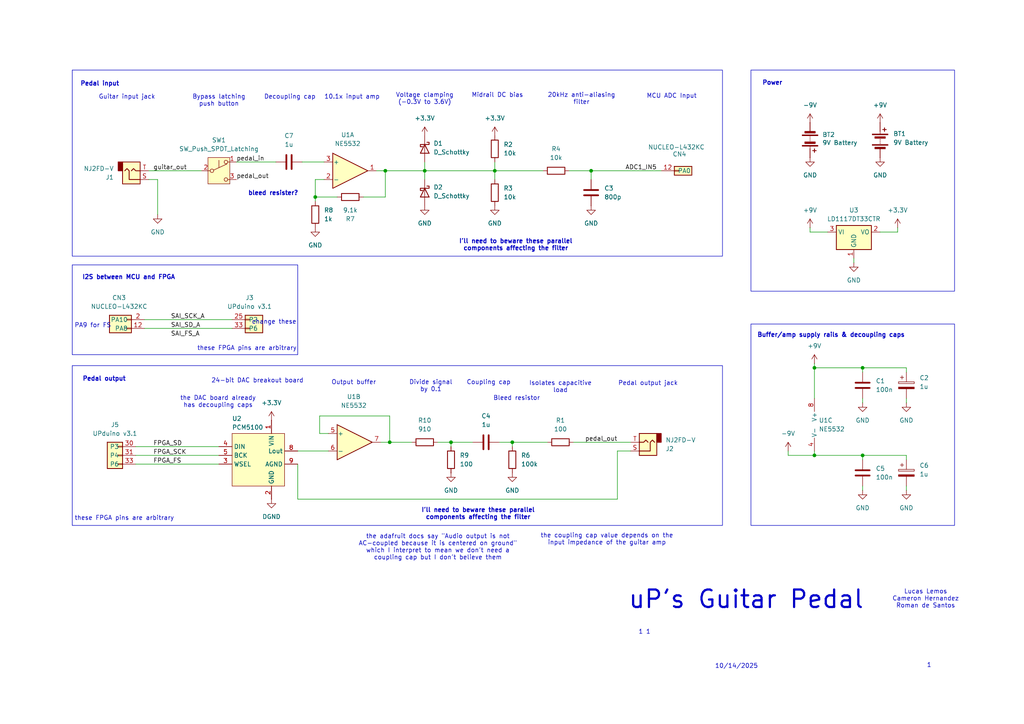
<source format=kicad_sch>
(kicad_sch (version 20250114) (generator "eeschema") (generator_version "9.0")
  (paper "A4")
  (lib_symbols
    (symbol "Amplifier_Operational:NE5532" (pin_names (offset 0.127))
      (property "Reference" "U" (at 0 5.08 0))
      (property "Value" "NE5532" (at 0 -5.08 0))
      (symbol "NE5532_1_1"
        (polyline (pts (xy -5.08 5.08) (xy 5.08 0) (xy -5.08 -5.08) (xy -5.08 5.08)) (stroke (width 0.254)) (fill (type background)))
        (pin input line (at -7.62 2.54 0) (length 2.54) (name "+") (number "3"))
        (pin input line (at -7.62 -2.54 0) (length 2.54) (name "-") (number "2"))
        (pin output line (at 7.62 0 180) (length 2.54) (name "~") (number "1"))
      )
      (symbol "NE5532_2_1"
        (polyline (pts (xy -5.08 5.08) (xy 5.08 0) (xy -5.08 -5.08) (xy -5.08 5.08)) (stroke (width 0.254)) (fill (type background)))
        (pin input line (at -7.62 2.54 0) (length 2.54) (name "+") (number "5"))
        (pin input line (at -7.62 -2.54 0) (length 2.54) (name "-") (number "6"))
        (pin output line (at 7.62 0 180) (length 2.54) (name "~") (number "7"))
      )
      (symbol "NE5532_3_1"
        (pin power_in line (at -2.54 7.62 270) (length 3.81) (name "V+") (number "8"))
        (pin power_in line (at -2.54 -7.62 90) (length 3.81) (name "V-") (number "4"))
      )
    )
    (symbol "Audio:PCM5122PW"
      (property "Reference" "U2" (at -16.51 20.828 0))
      (property "Value" "PCM5122" (at -16.51 18.288 0))
      (symbol "PCM5122PW_0_1"
        (rectangle (start -16.51 16.51) (end -1.27 1.27) (fill (type background)))
      )
      (symbol "PCM5122PW_1_1"
        (pin bidirectional line (at -20.32 12.7 0) (length 3.81) (name "DIN") (number "4"))
        (pin bidirectional line (at -20.32 10.16 0) (length 3.81) (name "BCK") (number "5"))
        (pin bidirectional line (at -20.32 7.62 0) (length 3.81) (name "WSEL") (number "3"))
        (pin bidirectional line (at -5.08 20.32 270) (length 3.81) (name "VIN") (number "1"))
        (pin bidirectional line (at -5.08 -2.54 90) (length 3.81) (name "GND") (number "2"))
        (pin bidirectional line (at 2.54 11.43 180) (length 3.81) (name "Lout") (number "8"))
        (pin bidirectional line (at 2.54 7.62 180) (length 3.81) (name "AGND") (number "9"))
      )
    )
    (symbol "Conn_01x01_1" (pin_names (offset 1.016))
      (property "Reference" "CN4" (at -1.778 4.826 0))
      (property "Value" "NUCLEO-L432KC" (at -8.89 6.858 0))
      (symbol "Conn_01x01_1_1_1"
        (rectangle (start -1.27 1.27) (end 3.81 -1.27) (stroke (width 0.254)) (fill (type background)))
        (rectangle (start -1.27 0.127) (end 0 -0.127) (stroke (width 0.1524)))
        (pin passive line (at -5.08 0 0) (length 3.81) (name "PA0") (number "12"))
      )
    )
    (symbol "Conn_01x02_1" (pin_names (offset 1.016))
      (property "Reference" "J3" (at 0 6.35 0))
      (property "Value" "UPduino v3.1" (at 0 3.81 0))
      (symbol "Conn_01x02_1_1_1"
        (rectangle (start -1.27 1.27) (end 3.81 -3.81) (stroke (width 0.254)) (fill (type background)))
        (rectangle (start -1.27 0.127) (end 0 -0.127) (stroke (width 0.1524)))
        (rectangle (start -1.27 -2.413) (end 0 -2.667) (stroke (width 0.1524)))
        (pin bidirectional line (at -5.08 0 0) (length 3.81) (name "P2") (number "25"))
        (pin bidirectional line (at -5.08 -2.54 0) (length 3.81) (name "P6") (number "33"))
      )
    )
    (symbol "Connector_Audio:NJ2FD-V"
      (property "Reference" "J" (at 0 8.89 0))
      (property "Value" "NJ2FD-V" (at 0 6.35 0))
      (symbol "NJ2FD-V_0_1"
        (rectangle (start -3.81 0) (end -2.54 -2.54) (stroke (width 0.254)) (fill (type outline)))
        (rectangle (start -2.54 3.81) (end 2.54 -2.54) (stroke (width 0.254)) (fill (type background)))
        (polyline (pts (xy 0 0) (xy 0.635 -0.635) (xy 1.27 0) (xy 2.54 0)) (stroke (width 0.254)))
        (polyline (pts (xy 2.54 2.54) (xy -0.635 2.54) (xy -0.635 0) (xy -1.27 -0.635) (xy -1.905 0)) (stroke (width 0.254)))
      )
      (symbol "NJ2FD-V_1_1"
        (pin passive line (at 5.08 2.54 180) (length 2.54) (name "~") (number "S"))
        (pin passive line (at 5.08 0 180) (length 2.54) (name "~") (number "T"))
      )
    )
    (symbol "Connector_Generic:Conn_01x02" (pin_names (offset 1.016))
      (property "Reference" "CN3" (at 0 6.35 0))
      (property "Value" "NUCLEO-L432KC" (at 0 3.81 0))
      (symbol "Conn_01x02_1_1"
        (rectangle (start -1.27 1.27) (end 5.08 -3.81) (stroke (width 0.254)) (fill (type background)))
        (rectangle (start -1.27 0.127) (end 0 -0.127) (stroke (width 0.1524)))
        (rectangle (start -1.27 -2.413) (end 0 -2.667) (stroke (width 0.1524)))
        (pin bidirectional line (at -5.08 0 0) (length 3.81) (name "PA10") (number "2"))
        (pin bidirectional line (at -5.08 -2.54 0) (length 3.81) (name "PA8") (number "12"))
      )
    )
    (symbol "Connector_Generic:Conn_01x03" (pin_names (offset 1.016))
      (property "Reference" "J5" (at 0 8.89 0))
      (property "Value" "Conn_01x03" (at 0 6.35 0))
      (symbol "Conn_01x03_1_1"
        (rectangle (start -1.27 3.81) (end 3.175 -3.81) (stroke (width 0.254)) (fill (type background)))
        (rectangle (start -1.27 2.667) (end 0 2.413) (stroke (width 0.1524)))
        (rectangle (start -1.27 0.127) (end 0 -0.127) (stroke (width 0.1524)))
        (rectangle (start -1.27 -2.413) (end 0 -2.667) (stroke (width 0.1524)))
        (pin passive line (at -5.08 2.54 0) (length 3.81) (name "P3") (number "30"))
        (pin passive line (at -5.08 0 0) (length 3.81) (name "P4") (number "31"))
        (pin passive line (at -5.08 -2.54 0) (length 3.81) (name "P6") (number "33"))
      )
    )
    (symbol "Device:Battery" (pin_numbers (hide yes)) (pin_names (offset 0) (hide yes))
      (property "Reference" "BT" (at 2.54 2.54 0))
      (property "Value" "Battery" (at 2.54 0 0))
      (symbol "Battery_0_1"
        (rectangle (start -2.286 1.778) (end 2.286 1.524) (fill (type outline)))
        (rectangle (start -2.286 -1.27) (end 2.286 -1.524) (fill (type outline)))
        (rectangle (start -1.524 1.016) (end 1.524 0.508) (fill (type outline)))
        (rectangle (start -1.524 -2.032) (end 1.524 -2.54) (fill (type outline)))
        (polyline (pts (xy 0 1.778) (xy 0 2.54)))
        (polyline (pts (xy 0 0) (xy 0 0.254)))
        (polyline (pts (xy 0 -0.508) (xy 0 -0.254)))
        (polyline (pts (xy 0 -1.016) (xy 0 -0.762)))
        (polyline (pts (xy 0.762 3.048) (xy 1.778 3.048)) (stroke (width 0.254)))
        (polyline (pts (xy 1.27 3.556) (xy 1.27 2.54)) (stroke (width 0.254)))
      )
      (symbol "Battery_1_1"
        (pin passive line (at 0 5.08 270) (length 2.54) (name "+") (number "1"))
        (pin passive line (at 0 -5.08 90) (length 2.54) (name "-") (number "2"))
      )
    )
    (symbol "Device:C" (pin_numbers (hide yes)) (pin_names (offset 0.254))
      (property "Reference" "C" (at 0.635 2.54 0))
      (property "Value" "C" (at 0.635 -2.54 0))
      (symbol "C_0_1"
        (polyline (pts (xy -2.032 0.762) (xy 2.032 0.762)) (stroke (width 0.508)))
        (polyline (pts (xy -2.032 -0.762) (xy 2.032 -0.762)) (stroke (width 0.508)))
      )
      (symbol "C_1_1"
        (pin passive line (at 0 3.81 270) (length 2.794) (name "~") (number "1"))
        (pin passive line (at 0 -3.81 90) (length 2.794) (name "~") (number "2"))
      )
    )
    (symbol "Device:C_Polarized" (pin_numbers (hide yes)) (pin_names (offset 0.254))
      (property "Reference" "C" (at 0.635 2.54 0))
      (property "Value" "C_Polarized" (at 0.635 -2.54 0))
      (symbol "C_Polarized_0_1"
        (rectangle (start -2.286 0.508) (end 2.286 1.016))
        (polyline (pts (xy -1.778 2.286) (xy -0.762 2.286)))
        (polyline (pts (xy -1.27 2.794) (xy -1.27 1.778)))
        (rectangle (start 2.286 -0.508) (end -2.286 -1.016) (fill (type outline)))
      )
      (symbol "C_Polarized_1_1"
        (pin passive line (at 0 3.81 270) (length 2.794) (name "~") (number "1"))
        (pin passive line (at 0 -3.81 90) (length 2.794) (name "~") (number "2"))
      )
    )
    (symbol "Device:D_Schottky" (pin_numbers (hide yes)) (pin_names (offset 1.016) (hide yes))
      (property "Reference" "D" (at 0 2.54 0))
      (property "Value" "D_Schottky" (at 0 -2.54 0))
      (symbol "D_Schottky_0_1"
        (polyline (pts (xy -1.905 0.635) (xy -1.905 1.27) (xy -1.27 1.27) (xy -1.27 -1.27) (xy -0.635 -1.27) (xy -0.635 -0.635)) (stroke (width 0.254)))
        (polyline (pts (xy 1.27 1.27) (xy 1.27 -1.27) (xy -1.27 0) (xy 1.27 1.27)) (stroke (width 0.254)))
        (polyline (pts (xy 1.27 0) (xy -1.27 0)))
      )
      (symbol "D_Schottky_1_1"
        (pin passive line (at -3.81 0 0) (length 2.54) (name "K") (number "1"))
        (pin passive line (at 3.81 0 180) (length 2.54) (name "A") (number "2"))
      )
    )
    (symbol "Device:R" (pin_numbers (hide yes)) (pin_names (offset 0))
      (property "Reference" "R" (at 2.032 0 90))
      (property "Value" "R" (at 0 0 90))
      (symbol "R_0_1"
        (rectangle (start -1.016 -2.54) (end 1.016 2.54) (stroke (width 0.254)))
      )
      (symbol "R_1_1"
        (pin passive line (at 0 3.81 270) (length 1.27) (name "~") (number "1"))
        (pin passive line (at 0 -3.81 90) (length 1.27) (name "~") (number "2"))
      )
    )
    (symbol "Regulator_Linear:LD1117V33"
      (property "Reference" "U" (at -3.81 3.175 0))
      (property "Value" "LD1117V33" (at 0 3.175 0))
      (symbol "LD1117V33_0_1"
        (rectangle (start -5.08 -5.08) (end 5.08 1.905) (stroke (width 0.254)) (fill (type background)))
      )
      (symbol "LD1117V33_1_1"
        (pin power_in line (at -7.62 0 0) (length 2.54) (name "VI") (number "3"))
        (pin power_in line (at 0 -7.62 90) (length 2.54) (name "GND") (number "1"))
        (pin power_out line (at 7.62 0 180) (length 2.54) (name "VO") (number "2"))
      )
    )
    (symbol "Switch:SW_Push_SPDT" (pin_names (offset 0) (hide yes))
      (property "Reference" "SW" (at 0 5.08 0))
      (property "Value" "SW_Push_SPDT" (at 0 -5.08 0))
      (symbol "SW_Push_SPDT_0_0"
        (circle (center -2.032 0) (radius 0.508))
        (polyline (pts (xy 0 1.016) (xy 0 3.048)))
        (circle (center 2.032 -2.54) (radius 0.508))
      )
      (symbol "SW_Push_SPDT_0_1"
        (polyline (pts (xy -1.524 0.2032) (xy 2.3368 1.9812)))
        (circle (center 2.032 2.54) (radius 0.508))
      )
      (symbol "SW_Push_SPDT_1_1"
        (rectangle (start -3.175 3.81) (end 3.175 -3.81) (fill (type background)))
        (pin passive line (at -5.08 0 0) (length 2.54) (name "B") (number "2"))
        (pin passive line (at 5.08 2.54 180) (length 2.54) (name "A") (number "1"))
        (pin passive line (at 5.08 -2.54 180) (length 2.54) (name "C") (number "3"))
      )
    )
    (symbol "power:+3.3V" (power) (pin_numbers (hide yes)) (pin_names (offset 0) (hide yes))
      (property "Value" "+3.3V" (at 0 3.556 0))
      (symbol "+3.3V_0_1"
        (polyline (pts (xy -0.762 1.27) (xy 0 2.54)))
        (polyline (pts (xy 0 2.54) (xy 0.762 1.27)))
        (polyline (pts (xy 0 0) (xy 0 2.54)))
      )
      (symbol "+3.3V_1_1"
        (pin power_in line (at 0 0 90) (length 0) (name "~") (number "1"))
      )
    )
    (symbol "power:+9V" (power) (pin_numbers (hide yes)) (pin_names (offset 0) (hide yes))
      (property "Value" "+9V" (at 0 3.556 0))
      (symbol "+9V_0_1"
        (polyline (pts (xy -0.762 1.27) (xy 0 2.54)))
        (polyline (pts (xy 0 2.54) (xy 0.762 1.27)))
        (polyline (pts (xy 0 0) (xy 0 2.54)))
      )
      (symbol "+9V_1_1"
        (pin power_in line (at 0 0 90) (length 0) (name "~") (number "1"))
      )
    )
    (symbol "power:GND" (power) (pin_numbers (hide yes)) (pin_names (offset 0) (hide yes))
      (property "Value" "GND" (at 0 -3.81 0))
      (symbol "GND_0_1"
        (polyline (pts (xy 0 0) (xy 0 -1.27) (xy 1.27 -1.27) (xy 0 -2.54) (xy -1.27 -1.27) (xy 0 -1.27)))
      )
      (symbol "GND_1_1"
        (pin power_in line (at 0 0 270) (length 0) (name "~") (number "1"))
      )
    )
  )
  (rectangle (start 20.955 76.835) (end 86.36 102.87))
  (rectangle (start 217.805 93.98) (end 276.86 152.4))
  (rectangle (start 20.955 20.32) (end 209.55 74.295))
  (rectangle (start 217.805 20.32) (end 276.86 84.455))
  (rectangle (start 20.955 106.045) (end 209.55 152.4))
  (text "10/14/2025" (at 213.614 193.294 0) (effects (font (size 1.27 1.27))))
  (text "uP's Guitar Pedal" (at 216.408 173.99 0) (effects (font (size 5.08 5.08) (thickness 0.635))))
  (text "Buffer/amp supply rails & decoupling caps" (at 241.046 97.282 0) (effects (font (size 1.27 1.27) (thickness 0.254) (bold yes))))
  (text "Pedal output jack" (at 187.96 111.252 0) (effects (font (size 1.27 1.27))))
  (text "PA9 for FS" (at 26.924 94.488 0) (effects (font (size 1.27 1.27))))
  (text "the adafruit docs say \"Audio output is not\nAC-coupled because it is centered on ground\"\nwhich I interpret to mean we don't need a\ncoupling cap but I don't believe them" (at 127 158.75 0) (effects (font (size 1.27 1.27))))
  (text "Lucas Lemos\nCameron Hernandez\nRoman de Santos" (at 268.478 173.736 0) (effects (font (size 1.27 1.27))))
  (text "10.1x input amp" (at 102.108 28.194 0) (effects (font (size 1.27 1.27))))
  (text "20kHz anti-aliasing\nfilter" (at 168.656 28.702 0) (effects (font (size 1.27 1.27))))
  (text "Output buffer" (at 102.616 110.998 0) (effects (font (size 1.27 1.27))))
  (text "these FPGA pins are arbitrary" (at 71.628 101.092 0) (effects (font (size 1.27 1.27))))
  (text "Power" (at 224.028 24.13 0) (effects (font (size 1.27 1.27) (thickness 0.254) (bold yes))))
  (text "Isolates capacitive\nload" (at 162.56 112.268 0) (effects (font (size 1.27 1.27))))
  (text "the DAC board already\nhas decoupling caps" (at 63.246 116.586 0) (effects (font (size 1.27 1.27))))
  (text "change these" (at 79.502 93.472 0) (effects (font (size 1.27 1.27))))
  (text "I'll need to beware these parallel\ncomponents affecting the filter" (at 138.684 149.098 0) (effects (font (size 1.27 1.27) (thickness 0.254) (bold yes))))
  (text "24-bit DAC breakout board" (at 74.676 110.49 0) (effects (font (size 1.27 1.27))))
  (text "Midrail DC bias" (at 144.272 27.686 0) (effects (font (size 1.27 1.27))))
  (text "bleed resister?" (at 79.248 56.134 0) (effects (font (size 1.27 1.27) (thickness 0.254) (bold yes))))
  (text "1 1" (at 186.944 183.388 0) (effects (font (size 1.27 1.27))))
  (text "Voltage clamping\n(-0.3V to 3.6V)" (at 123.19 28.702 0) (effects (font (size 1.27 1.27))))
  (text "Guitar input jack" (at 36.83 28.194 0) (effects (font (size 1.27 1.27))))
  (text "Coupling cap" (at 141.732 110.998 0) (effects (font (size 1.27 1.27))))
  (text "I'll need to beware these parallel\ncomponents affecting the filter" (at 149.606 71.12 0) (effects (font (size 1.27 1.27) (thickness 0.254) (bold yes))))
  (text "the coupling cap value depends on the\ninput impedance of the guitar amp" (at 176.022 156.464 0) (effects (font (size 1.27 1.27))))
  (text "Bleed resistor" (at 149.86 115.57 0) (effects (font (size 1.27 1.27))))
  (text "Pedal input" (at 28.956 24.384 0) (effects (font (size 1.27 1.27) (thickness 0.254) (bold yes))))
  (text "these FPGA pins are arbitrary" (at 36.068 150.368 0) (effects (font (size 1.27 1.27))))
  (text "1" (at 269.494 193.04 0) (effects (font (size 1.27 1.27))))
  (text "Bypass latching\npush button" (at 63.5 29.21 0) (effects (font (size 1.27 1.27))))
  (text "MCU ADC Input" (at 194.818 27.94 0) (effects (font (size 1.27 1.27))))
  (text "Decoupling cap" (at 84.074 28.194 0) (effects (font (size 1.27 1.27))))
  (text "I2S between MCU and FPGA" (at 37.338 80.518 0) (effects (font (size 1.27 1.27) (thickness 0.254) (bold yes))))
  (text "Divide signal\nby 0.1" (at 124.968 112.014 0) (effects (font (size 1.27 1.27))))
  (text "Pedal output" (at 30.226 109.982 0) (effects (font (size 1.27 1.27) (thickness 0.254) (bold yes))))
  (junction (at 91.44 57.15))
  (junction (at 130.81 128.27))
  (junction (at 111.76 49.53))
  (junction (at 236.22 106.68))
  (junction (at 143.51 49.53))
  (junction (at 171.45 49.53))
  (junction (at 236.22 132.08))
  (junction (at 123.19 49.53))
  (junction (at 250.19 132.08))
  (junction (at 113.03 128.27))
  (junction (at 148.59 128.27))
  (junction (at 250.19 106.68))
  (wire (pts (xy 123.19 49.53) (xy 123.19 52.07)))
  (wire (pts (xy 143.51 49.53) (xy 143.51 52.07)))
  (wire (pts (xy 148.59 128.27) (xy 158.75 128.27)))
  (wire (pts (xy 255.27 67.31) (xy 260.35 67.31)))
  (wire (pts (xy 234.95 67.31) (xy 240.03 67.31)))
  (wire (pts (xy 95.25 125.73) (xy 92.71 125.73)))
  (wire (pts (xy 262.89 140.97) (xy 262.89 142.24)))
  (wire (pts (xy 109.22 49.53) (xy 111.76 49.53)))
  (wire (pts (xy 143.51 49.53) (xy 143.51 46.99)))
  (wire (pts (xy 113.03 120.65) (xy 113.03 128.27)))
  (wire (pts (xy 91.44 58.42) (xy 91.44 57.15)))
  (wire (pts (xy 91.44 52.07) (xy 93.98 52.07)))
  (wire (pts (xy 111.76 49.53) (xy 123.19 49.53)))
  (wire (pts (xy 41.91 92.71) (xy 67.31 92.71)))
  (wire (pts (xy 86.36 144.78) (xy 179.07 144.78)))
  (wire (pts (xy 123.19 49.53) (xy 123.19 46.99)))
  (wire (pts (xy 123.19 49.53) (xy 143.51 49.53)))
  (wire (pts (xy 247.65 74.93) (xy 247.65 76.2)))
  (wire (pts (xy 262.89 107.95) (xy 262.89 106.68)))
  (wire (pts (xy 179.07 130.81) (xy 179.07 144.78)))
  (wire (pts (xy 111.76 57.15) (xy 111.76 49.53)))
  (wire (pts (xy 236.22 106.68) (xy 250.19 106.68)))
  (wire (pts (xy 228.6 132.08) (xy 228.6 130.81)))
  (wire (pts (xy 130.81 128.27) (xy 137.16 128.27)))
  (wire (pts (xy 250.19 106.68) (xy 262.89 106.68)))
  (wire (pts (xy 87.63 46.99) (xy 93.98 46.99)))
  (wire (pts (xy 250.19 133.35) (xy 250.19 132.08)))
  (wire (pts (xy 86.36 130.81) (xy 95.25 130.81)))
  (wire (pts (xy 228.6 132.08) (xy 236.22 132.08)))
  (wire (pts (xy 236.22 132.08) (xy 236.22 130.81)))
  (wire (pts (xy 144.78 128.27) (xy 148.59 128.27)))
  (wire (pts (xy 236.22 105.41) (xy 236.22 106.68)))
  (wire (pts (xy 45.72 52.07) (xy 45.72 62.23)))
  (wire (pts (xy 43.18 49.53) (xy 58.42 49.53)))
  (wire (pts (xy 234.95 66.04) (xy 234.95 67.31)))
  (wire (pts (xy 250.19 140.97) (xy 250.19 142.24)))
  (wire (pts (xy 250.19 107.95) (xy 250.19 106.68)))
  (wire (pts (xy 127 128.27) (xy 130.81 128.27)))
  (wire (pts (xy 148.59 128.27) (xy 148.59 129.54)))
  (wire (pts (xy 171.45 49.53) (xy 191.77 49.53)))
  (wire (pts (xy 262.89 115.57) (xy 262.89 116.84)))
  (wire (pts (xy 39.37 129.54) (xy 63.5 129.54)))
  (wire (pts (xy 43.18 52.07) (xy 45.72 52.07)))
  (wire (pts (xy 236.22 106.68) (xy 236.22 115.57)))
  (wire (pts (xy 236.22 132.08) (xy 250.19 132.08)))
  (wire (pts (xy 92.71 125.73) (xy 92.71 120.65)))
  (wire (pts (xy 250.19 132.08) (xy 262.89 132.08)))
  (wire (pts (xy 143.51 49.53) (xy 157.48 49.53)))
  (wire (pts (xy 113.03 128.27) (xy 119.38 128.27)))
  (wire (pts (xy 86.36 144.78) (xy 86.36 134.62)))
  (wire (pts (xy 97.79 57.15) (xy 91.44 57.15)))
  (wire (pts (xy 166.37 128.27) (xy 182.88 128.27)))
  (wire (pts (xy 110.49 128.27) (xy 113.03 128.27)))
  (wire (pts (xy 260.35 66.04) (xy 260.35 67.31)))
  (wire (pts (xy 262.89 133.35) (xy 262.89 132.08)))
  (wire (pts (xy 105.41 57.15) (xy 111.76 57.15)))
  (wire (pts (xy 92.71 120.65) (xy 113.03 120.65)))
  (wire (pts (xy 165.1 49.53) (xy 171.45 49.53)))
  (wire (pts (xy 171.45 52.07) (xy 171.45 49.53)))
  (wire (pts (xy 39.37 134.62) (xy 63.5 134.62)))
  (wire (pts (xy 182.88 130.81) (xy 179.07 130.81)))
  (wire (pts (xy 91.44 57.15) (xy 91.44 52.07)))
  (wire (pts (xy 68.58 46.99) (xy 80.01 46.99)))
  (wire (pts (xy 41.91 95.25) (xy 67.31 95.25)))
  (wire (pts (xy 39.37 132.08) (xy 63.5 132.08)))
  (wire (pts (xy 130.81 128.27) (xy 130.81 129.54)))
  (wire (pts (xy 250.19 115.57) (xy 250.19 116.84)))
  (label "SAI_SD_A" (at 49.53 95.25 0))
  (label "FPGA_FS" (at 44.45 134.62 0))
  (label "pedal_out" (at 179.07 128.27 180))
  (label "pedal_in" (at 68.58 46.99 0))
  (label "FPGA_SCK" (at 44.45 132.08 0))
  (label "SAI_FS_A" (at 49.53 97.79 0))
  (label "SAI_SCK_A" (at 49.53 92.71 0))
  (label "ADC1_IN5" (at 190.5 49.53 180))
  (label "guitar_out" (at 44.45 49.53 0))
  (label "FPGA_SD" (at 44.45 129.54 0))
  (label "pedal_out" (at 68.58 52.07 0))
  (symbol (lib_id "Device:C_Polarized") (at 262.89 137.16 0) (unit 1)
    (property "Reference" "C6" (at 266.7 135.0009 0) (effects (justify left)))
    (property "Value" "1u" (at 266.7 137.5409 0) (effects (justify left)))
    (property "Description" "Polarized capacitor" (effects (hide yes)))
  )
  (symbol (lib_id "Device:C") (at 250.19 137.16 0) (unit 1)
    (property "Reference" "C5" (at 254 135.8899 0) (effects (justify left)))
    (property "Value" "100n" (at 254 138.4299 0) (effects (justify left)))
    (property "Description" "Unpolarized capacitor" (effects (hide yes)))
  )
  (symbol (lib_id "power:GND") (at 45.72 62.23 0) (unit 1)
    (property "Reference" "#PWR07" (effects (hide yes)))
    (property "Value" "GND" (at 45.72 67.31 0))
    (property "Description" "Power symbol creates a global label with name \"GND\" , ground" (effects (hide yes)))
  )
  (symbol (lib_id "Regulator_Linear:LD1117V33") (at 247.65 67.31 0) (unit 1)
    (property "Reference" "U3" (at 247.65 60.96 0))
    (property "Value" "LD1117DT33CTR" (at 247.65 63.5 0))
    (property "Footprint" "Package_TO_SOT_THT:TO-220-3_Vertical" (effects (hide yes)))
    (property "Datasheet" "https://www.st.com/resource/en/datasheet/ld1117.pdf" (effects (hide yes)))
    (property "Description" "800 mA Fixed Low Drop Positive Voltage Regulator (ldo). Max input 15V. Fixed Output 3.3V. TO-220-3" (effects (hide yes)))
  )
  (symbol (lib_id "power:GND") (at 78.74 144.78 0) (unit 1)
    (property "Reference" "#PWR017" (effects (hide yes)))
    (property "Value" "DGND" (at 78.74 149.86 0))
    (property "Description" "Power symbol creates a global label with name \"GND\" , ground" (effects (hide yes)))
  )
  (symbol (lib_id "power:GND") (at 234.95 45.72 0) (unit 1)
    (property "Reference" "#PWR020" (effects (hide yes)))
    (property "Value" "GND" (at 234.95 50.8 0))
    (property "Description" "Power symbol creates a global label with name \"GND\" , ground" (effects (hide yes)))
  )
  (symbol (lib_id "power:GND") (at 123.19 59.69 0) (unit 1)
    (property "Reference" "#PWR011" (effects (hide yes)))
    (property "Value" "GND" (at 123.19 64.77 0))
    (property "Description" "Power symbol creates a global label with name \"GND\" , ground" (effects (hide yes)))
  )
  (symbol (lib_id "Device:R") (at 91.44 62.23 180) (unit 1)
    (property "Reference" "R8" (at 93.98 60.9599 0) (effects (justify right)))
    (property "Value" "1k" (at 93.98 63.4999 0) (effects (justify right)))
    (property "Description" "Resistor" (effects (hide yes)))
  )
  (symbol (lib_id "power:GND") (at 262.89 142.24 0) (unit 1)
    (property "Reference" "#PWR022" (effects (hide yes)))
    (property "Value" "GND" (at 262.89 147.32 0))
    (property "Description" "Power symbol creates a global label with name \"GND\" , ground" (effects (hide yes)))
  )
  (symbol (lib_id "power:GND") (at 247.65 76.2 0) (unit 1)
    (property "Reference" "#PWR013" (effects (hide yes)))
    (property "Value" "GND" (at 247.65 81.28 0))
    (property "Description" "Power symbol creates a global label with name \"GND\" , ground" (effects (hide yes)))
  )
  (symbol (lib_id "power:+3.3V") (at 143.51 39.37 0) (unit 1)
    (property "Reference" "#PWR05" (effects (hide yes)))
    (property "Value" "+3.3V" (at 143.51 34.29 0))
    (property "Description" "Power symbol creates a global label with name \"+3.3V\"" (effects (hide yes)))
  )
  (symbol (lib_id "Amplifier_Operational:NE5532") (at 102.87 128.27 0) (unit 2)
    (property "Reference" "U1" (at 102.616 115.062 0))
    (property "Value" "NE5532" (at 102.616 117.602 0))
    (property "Datasheet" "http://www.ti.com/lit/ds/symlink/ne5532.pdf" (effects (hide yes)))
    (property "Description" "Dual Low-Noise Operational Amplifiers, DIP-8/SOIC-8" (effects (hide yes)))
  )
  (symbol (lib_id "power:+3.3V") (at 260.35 66.04 0) (unit 1)
    (property "Reference" "#PWR015" (effects (hide yes)))
    (property "Value" "+3.3V" (at 260.35 60.96 0))
    (property "Description" "Power symbol creates a global label with name \"+3.3V\"" (effects (hide yes)))
  )
  (symbol (lib_id "Switch:SW_Push_SPDT") (at 63.5 49.53 0) (unit 1)
    (property "Reference" "SW1" (at 63.5 40.64 0))
    (property "Value" "SW_Push_SPDT_Latching" (at 63.5 43.18 0))
    (property "Description" "Momentary Switch, single pole double throw" (effects (hide yes)))
  )
  (symbol (lib_id "Connector_Audio:NJ2FD-V") (at 38.1 49.53 0) (mirror x) (unit 1)
    (property "Reference" "J1" (at 33.02 51.4351 0) (effects (justify right)))
    (property "Value" "NJ2FD-V" (at 33.02 48.8951 0) (effects (justify right)))
    (property "Footprint" "Connector_Audio:Jack_6.35mm_Neutrik_NJ2FD-V_Vertical" (effects (hide yes)))
    (property "Datasheet" "https://www.neutrik.com/en/product/nj2fd-v" (effects (hide yes)))
    (property "Description" "6.35mm (1/4 in) Vertical Jack, Non-switching mono jack (T/S)" (effects (hide yes)))
  )
  (symbol (lib_id "Device:C") (at 140.97 128.27 90) (unit 1)
    (property "Reference" "C4" (at 140.97 120.65 90))
    (property "Value" "1u" (at 140.97 123.19 90))
    (property "Description" "Unpolarized capacitor" (effects (hide yes)))
  )
  (symbol (lib_id "Device:R") (at 143.51 43.18 180) (unit 1)
    (property "Reference" "R2" (at 146.05 41.9099 0) (effects (justify right)))
    (property "Value" "10k" (at 146.05 44.4499 0) (effects (justify right)))
    (property "Description" "Resistor" (effects (hide yes)))
  )
  (symbol (lib_id "Amplifier_Operational:NE5532") (at 238.76 123.19 0) (unit 3)
    (property "Reference" "U1" (at 237.49 121.9199 0) (effects (justify left)))
    (property "Value" "NE5532" (at 237.49 124.4599 0) (effects (justify left)))
    (property "Datasheet" "http://www.ti.com/lit/ds/symlink/ne5532.pdf" (effects (hide yes)))
    (property "Description" "Dual Low-Noise Operational Amplifiers, DIP-8/SOIC-8" (effects (hide yes)))
  )
  (symbol (lib_id "Device:R") (at 162.56 128.27 90) (unit 1)
    (property "Reference" "R1" (at 162.56 121.92 90))
    (property "Value" "100" (at 162.56 124.46 90))
    (property "Description" "Resistor" (effects (hide yes)))
  )
  (symbol (lib_id "power:+3.3V") (at 78.74 121.92 0) (unit 1)
    (property "Reference" "#PWR012" (effects (hide yes)))
    (property "Value" "+3.3V" (at 78.74 116.84 0))
    (property "Description" "Power symbol creates a global label with name \"+3.3V\"" (effects (hide yes)))
  )
  (symbol (lib_id "Device:C_Polarized") (at 262.89 111.76 0) (unit 1)
    (property "Reference" "C2" (at 266.7 109.6009 0) (effects (justify left)))
    (property "Value" "1u" (at 266.7 112.1409 0) (effects (justify left)))
    (property "Description" "Polarized capacitor" (effects (hide yes)))
  )
  (symbol (lib_name "Conn_01x02_1") (lib_id "Connector_Generic:Conn_01x02") (at 72.39 92.71 0) (unit 1)
    (property "Reference" "J3" (at 72.39 86.36 0))
    (property "Value" "UPduino v3.1" (at 72.39 88.9 0))
    (property "Description" "Generic connector, single row, 01x02, script generated (kicad-library-utils/schlib/autogen/connector/)" (effects (hide yes)))
  )
  (symbol (lib_id "Connector_Generic:Conn_01x03") (at 34.29 132.08 0) (mirror y) (unit 1)
    (property "Reference" "J5" (at 33.3375 123.19 0))
    (property "Value" "UPduino v3.1" (at 33.3375 125.73 0))
    (property "Description" "Generic connector, single row, 01x03, script generated (kicad-library-utils/schlib/autogen/connector/)" (effects (hide yes)))
  )
  (symbol (lib_id "Audio:PCM5122PW") (at 83.82 142.24 0) (unit 1)
    (property "Reference" "U2" (at 67.31 121.412 0) (effects (justify left)))
    (property "Value" "PCM5100" (at 67.31 123.952 0) (effects (justify left)))
    (property "Footprint" "Package_SO:TSSOP-28_4.4x9.7mm_P0.65mm" (effects (hide yes)))
    (property "Datasheet" "https://www.ti.com/lit/ds/symlink/pcm5102.pdf?ts=1760953965467" (effects (hide yes)))
    (property "Description" "2VRMS DirectPath, 112dB Audio Stereo DAC with 32-bit, 384kHz PCM Interface, TSSOP-28" (effects (hide yes)))
    (property "Breakout" "https://www.adafruit.com/product/6251" (effects (hide yes)))
  )
  (symbol (lib_id "power:+9V") (at 255.27 35.56 0) (unit 1)
    (property "Reference" "#PWR02" (effects (hide yes)))
    (property "Value" "+9V" (at 255.27 30.48 0))
    (property "Description" "Power symbol creates a global label with name \"+9V\"" (effects (hide yes)))
  )
  (symbol (lib_id "Device:Battery") (at 255.27 40.64 0) (unit 1)
    (property "Reference" "BT1" (at 259.08 38.7984 0) (effects (justify left)))
    (property "Value" "9V Battery" (at 259.08 41.3384 0) (effects (justify left)))
    (property "Description" "Multiple-cell battery" (effects (hide yes)))
  )
  (symbol (lib_id "power:+3.3V") (at 123.19 39.37 0) (unit 1)
    (property "Reference" "#PWR016" (effects (hide yes)))
    (property "Value" "+3.3V" (at 123.19 34.29 0))
    (property "Description" "Power symbol creates a global label with name \"+3.3V\"" (effects (hide yes)))
  )
  (symbol (lib_id "Device:Battery") (at 234.95 40.64 0) (mirror x) (unit 1)
    (property "Reference" "BT2" (at 238.506 39.0524 0) (effects (justify left)))
    (property "Value" "9V Battery" (at 238.506 41.402 0) (effects (justify left)))
    (property "Description" "Multiple-cell battery" (effects (hide yes)))
  )
  (symbol (lib_id "power:GND") (at 250.19 142.24 0) (unit 1)
    (property "Reference" "#PWR04" (effects (hide yes)))
    (property "Value" "GND" (at 250.19 147.32 0))
    (property "Description" "Power symbol creates a global label with name \"GND\" , ground" (effects (hide yes)))
  )
  (symbol (lib_id "Device:D_Schottky") (at 123.19 43.18 270) (unit 1)
    (property "Reference" "D1" (at 125.73 41.5924 90) (effects (justify left)))
    (property "Value" "D_Schottky" (at 125.73 44.1324 90) (effects (justify left)))
    (property "Description" "Schottky diode" (effects (hide yes)))
  )
  (symbol (lib_id "power:GND") (at 262.89 116.84 0) (unit 1)
    (property "Reference" "#PWR09" (effects (hide yes)))
    (property "Value" "GND" (at 262.89 121.92 0))
    (property "Description" "Power symbol creates a global label with name \"GND\" , ground" (effects (hide yes)))
  )
  (symbol (lib_id "Device:C") (at 250.19 111.76 0) (unit 1)
    (property "Reference" "C1" (at 254 110.4899 0) (effects (justify left)))
    (property "Value" "100n" (at 254 113.0299 0) (effects (justify left)))
    (property "Description" "Unpolarized capacitor" (effects (hide yes)))
  )
  (symbol (lib_id "power:GND") (at 255.27 45.72 0) (unit 1)
    (property "Reference" "#PWR03" (effects (hide yes)))
    (property "Value" "GND" (at 255.27 50.8 0))
    (property "Description" "Power symbol creates a global label with name \"GND\" , ground" (effects (hide yes)))
  )
  (symbol (lib_id "Device:D_Schottky") (at 123.19 55.88 270) (unit 1)
    (property "Reference" "D2" (at 125.73 54.2924 90) (effects (justify left)))
    (property "Value" "D_Schottky" (at 125.73 56.8324 90) (effects (justify left)))
    (property "Description" "Schottky diode" (effects (hide yes)))
  )
  (symbol (lib_id "power:GND") (at 91.44 66.04 0) (unit 1)
    (property "Reference" "#PWR024" (effects (hide yes)))
    (property "Value" "GND" (at 91.44 71.12 0))
    (property "Description" "Power symbol creates a global label with name \"GND\" , ground" (effects (hide yes)))
  )
  (symbol (lib_id "Amplifier_Operational:NE5532") (at 101.6 49.53 0) (unit 1)
    (property "Reference" "U1" (at 100.838 39.116 0))
    (property "Value" "NE5532" (at 100.838 41.656 0))
    (property "Datasheet" "http://www.ti.com/lit/ds/symlink/ne5532.pdf" (effects (hide yes)))
    (property "Description" "Dual Low-Noise Operational Amplifiers, DIP-8/SOIC-8" (effects (hide yes)))
  )
  (symbol (lib_id "Connector_Generic:Conn_01x02") (at 36.83 92.71 0) (mirror y) (unit 1)
    (property "Reference" "CN3" (at 34.544 86.36 0))
    (property "Value" "NUCLEO-L432KC" (at 34.544 88.9 0))
    (property "Description" "Generic connector, single row, 01x02, script generated (kicad-library-utils/schlib/autogen/connector/)" (effects (hide yes)))
  )
  (symbol (lib_id "power:GND") (at 148.59 137.16 0) (unit 1)
    (property "Reference" "#PWR023" (effects (hide yes)))
    (property "Value" "GND" (at 148.59 142.24 0))
    (property "Description" "Power symbol creates a global label with name \"GND\" , ground" (effects (hide yes)))
  )
  (symbol (lib_id "Device:C") (at 83.82 46.99 90) (unit 1)
    (property "Reference" "C7" (at 83.82 39.37 90))
    (property "Value" "1u" (at 83.82 41.91 90))
    (property "Description" "Unpolarized capacitor" (effects (hide yes)))
  )
  (symbol (lib_id "power:+9V") (at 228.6 130.81 0) (unit 1)
    (property "Reference" "#PWR021" (effects (hide yes)))
    (property "Value" "-9V" (at 228.6 125.73 0))
    (property "Description" "Power symbol creates a global label with name \"+9V\"" (effects (hide yes)))
  )
  (symbol (lib_id "Device:R") (at 161.29 49.53 90) (unit 1)
    (property "Reference" "R4" (at 161.29 43.18 90))
    (property "Value" "10k" (at 161.29 45.72 90))
    (property "Description" "Resistor" (effects (hide yes)))
  )
  (symbol (lib_id "power:GND") (at 130.81 137.16 0) (unit 1)
    (property "Reference" "#PWR025" (effects (hide yes)))
    (property "Value" "GND" (at 130.81 142.24 0))
    (property "Description" "Power symbol creates a global label with name \"GND\" , ground" (effects (hide yes)))
  )
  (symbol (lib_id "Connector_Audio:NJ2FD-V") (at 187.96 128.27 180) (unit 1)
    (property "Reference" "J2" (at 193.04 130.1751 0) (effects (justify right)))
    (property "Value" "NJ2FD-V" (at 193.04 127.6351 0) (effects (justify right)))
    (property "Footprint" "Connector_Audio:Jack_6.35mm_Neutrik_NJ2FD-V_Vertical" (effects (hide yes)))
    (property "Datasheet" "https://www.neutrik.com/en/product/nj2fd-v" (effects (hide yes)))
    (property "Description" "6.35mm (1/4 in) Vertical Jack, Non-switching mono jack (T/S)" (effects (hide yes)))
  )
  (symbol (lib_name "Conn_01x01_1") (lib_id "Connector_Generic:Conn_01x01") (at 196.85 49.53 0) (unit 1)
    (property "Reference" "CN4" (at 195.072 44.704 0) (effects (justify left)))
    (property "Value" "NUCLEO-L432KC" (at 187.96 42.672 0) (effects (justify left)))
    (property "Description" "Generic connector, single row, 01x01, script generated (kicad-library-utils/schlib/autogen/connector/)" (effects (hide yes)))
  )
  (symbol (lib_id "Device:R") (at 148.59 133.35 180) (unit 1)
    (property "Reference" "R6" (at 151.13 132.0799 0) (effects (justify right)))
    (property "Value" "100k" (at 151.13 134.6199 0) (effects (justify right)))
    (property "Description" "Resistor" (effects (hide yes)))
  )
  (symbol (lib_id "power:GND") (at 171.45 59.69 0) (unit 1)
    (property "Reference" "#PWR010" (effects (hide yes)))
    (property "Value" "GND" (at 171.45 64.77 0))
    (property "Description" "Power symbol creates a global label with name \"GND\" , ground" (effects (hide yes)))
  )
  (symbol (lib_id "Device:R") (at 130.81 133.35 180) (unit 1)
    (property "Reference" "R9" (at 133.35 132.0799 0) (effects (justify right)))
    (property "Value" "100" (at 133.35 134.6199 0) (effects (justify right)))
    (property "Description" "Resistor" (effects (hide yes)))
  )
  (symbol (lib_id "Device:R") (at 101.6 57.15 270) (mirror x) (unit 1)
    (property "Reference" "R7" (at 101.6 63.5 90))
    (property "Value" "9.1k" (at 101.6 60.96 90))
    (property "Description" "Resistor" (effects (hide yes)))
  )
  (symbol (lib_id "Device:R") (at 143.51 55.88 180) (unit 1)
    (property "Reference" "R3" (at 146.05 54.6099 0) (effects (justify right)))
    (property "Value" "10k" (at 146.05 57.1499 0) (effects (justify right)))
    (property "Description" "Resistor" (effects (hide yes)))
  )
  (symbol (lib_id "power:+9V") (at 234.95 35.56 0) (unit 1)
    (property "Reference" "#PWR018" (effects (hide yes)))
    (property "Value" "-9V" (at 234.95 30.48 0))
    (property "Description" "Power symbol creates a global label with name \"+9V\"" (effects (hide yes)))
  )
  (symbol (lib_id "power:+9V") (at 234.95 66.04 0) (unit 1)
    (property "Reference" "#PWR014" (effects (hide yes)))
    (property "Value" "+9V" (at 234.95 60.96 0))
    (property "Description" "Power symbol creates a global label with name \"+9V\"" (effects (hide yes)))
  )
  (symbol (lib_id "power:GND") (at 143.51 59.69 0) (unit 1)
    (property "Reference" "#PWR06" (effects (hide yes)))
    (property "Value" "GND" (at 143.51 64.77 0))
    (property "Description" "Power symbol creates a global label with name \"GND\" , ground" (effects (hide yes)))
  )
  (symbol (lib_id "Device:C") (at 171.45 55.88 0) (unit 1)
    (property "Reference" "C3" (at 175.26 54.6099 0) (effects (justify left)))
    (property "Value" "800p" (at 175.26 57.1499 0) (effects (justify left)))
    (property "Description" "Unpolarized capacitor" (effects (hide yes)))
  )
  (symbol (lib_id "power:GND") (at 250.19 116.84 0) (unit 1)
    (property "Reference" "#PWR08" (effects (hide yes)))
    (property "Value" "GND" (at 250.19 121.92 0))
    (property "Description" "Power symbol creates a global label with name \"GND\" , ground" (effects (hide yes)))
  )
  (symbol (lib_id "Device:R") (at 123.19 128.27 90) (mirror x) (unit 1)
    (property "Reference" "R10" (at 123.19 121.92 90))
    (property "Value" "910" (at 123.19 124.46 90))
    (property "Description" "Resistor" (effects (hide yes)))
  )
  (symbol (lib_id "power:+9V") (at 236.22 105.41 0) (unit 1)
    (property "Reference" "#PWR01" (effects (hide yes)))
    (property "Value" "+9V" (at 236.22 100.33 0))
    (property "Description" "Power symbol creates a global label with name \"+9V\"" (effects (hide yes)))
  )
)
</source>
